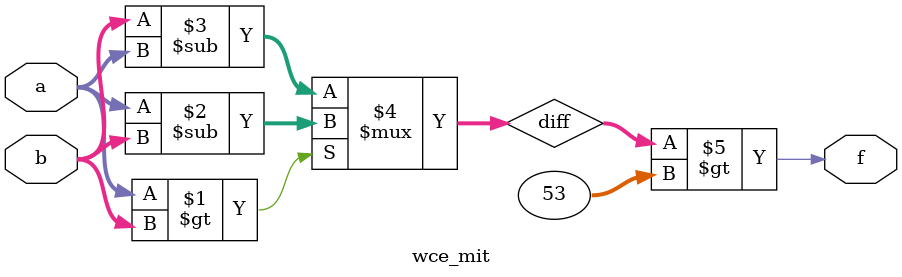
<source format=v>
module wce_mit(a, b, f);
parameter _bit = 8;
parameter wce = 53;
input [_bit - 1: 0] a;
input [_bit - 1: 0] b;
output f;
wire [_bit - 1: 0] diff;
assign diff = (a > b)? (a - b): (b - a);
assign f = (diff > wce);
endmodule

</source>
